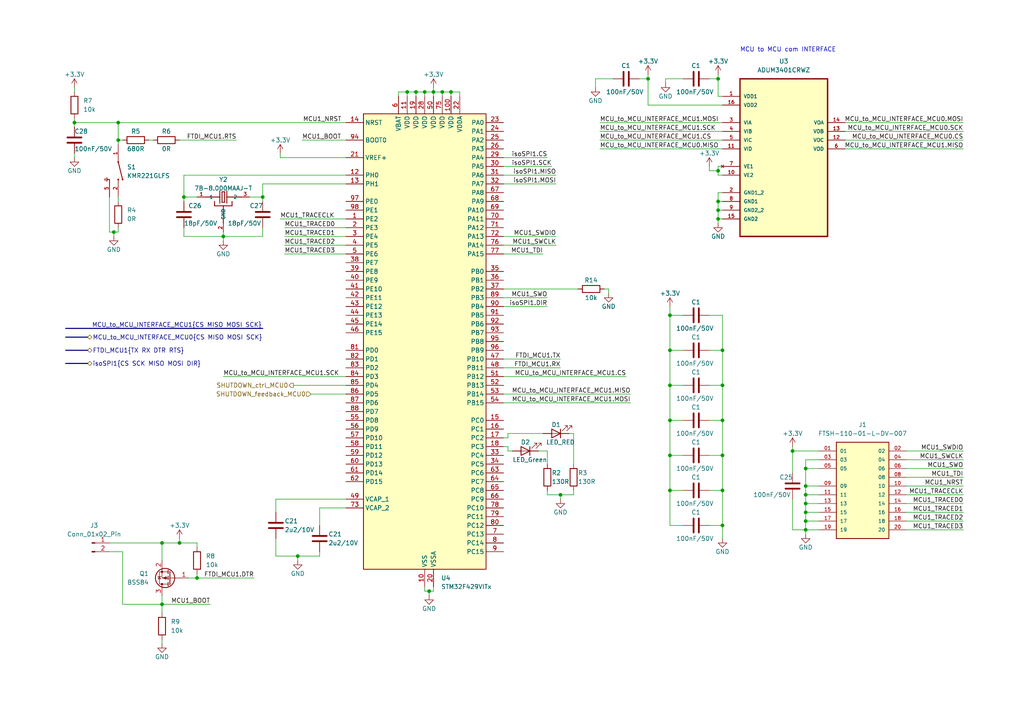
<source format=kicad_sch>
(kicad_sch (version 20230121) (generator eeschema)
  (paper "A4")
  (title_block (title "secondary MCU") (date "2023-12-29") (rev "V1.0") (company "Valais Wallis Racing Team") (comment 1 "Bétrisey Mattia"))
  (lib_symbols
    (symbol "7B-8.000MAAJ-T:7B-8.000MAAJ-T" (pin_names (offset 1.016))
      (property "Reference" "Y" (at 3.8109 -4.0649 0))
      (property "Value" "7B-8.000MAAJ-T" (at 3.8168 -6.3614 0))
      (symbol "7B-8.000MAAJ-T_0_0"
        (polyline (pts (xy -5.08 0) (xy -1.016 0)) (stroke (width 0.254)))
        (polyline (pts (xy -2.54 -2.54) (xy 0 -2.54)) (stroke (width 0.254)))
        (polyline (pts (xy -2.54 -1.27) (xy -2.54 -2.54)) (stroke (width 0.254)))
        (polyline (pts (xy -1.016 0) (xy -1.016 -1.778)) (stroke (width 0.254)))
        (polyline (pts (xy -1.016 1.778) (xy -1.016 0)) (stroke (width 0.254)))
        (polyline (pts (xy -0.381 -1.524) (xy 0.381 -1.524)) (stroke (width 0.254)))
        (polyline (pts (xy -0.381 1.524) (xy -0.381 -1.524)) (stroke (width 0.254)))
        (polyline (pts (xy 0 -2.54) (xy 0 -7.62)) (stroke (width 0.254)))
        (polyline (pts (xy 0 -2.54) (xy 2.54 -2.54)) (stroke (width 0.254)))
        (polyline (pts (xy 0.381 -1.524) (xy 0.381 1.524)) (stroke (width 0.254)))
        (polyline (pts (xy 0.381 1.524) (xy -0.381 1.524)) (stroke (width 0.254)))
        (polyline (pts (xy 1.016 0) (xy 1.016 -1.778)) (stroke (width 0.254)))
        (polyline (pts (xy 1.016 1.778) (xy 1.016 0)) (stroke (width 0.254)))
        (polyline (pts (xy 2.54 -2.54) (xy 2.54 -1.27)) (stroke (width 0.254)))
        (polyline (pts (xy 5.08 0) (xy 1.016 0)) (stroke (width 0.254)))
        (pin passive line (at -7.62 0 0) (length 2.54) (name "1") (number "1"))
        (pin passive line (at 0 -10.16 90) (length 2.54) (name "GND") (number "2"))
        (pin passive line (at 7.62 0 180) (length 2.54) (name "2") (number "3"))
      )
    )
    (symbol "ADUM3401CRWZ:ADUM3401CRWZ" (pin_names (offset 1.016))
      (property "Reference" "U" (at -4.7299 22.6067 0))
      (property "Value" "ADUM3401CRWZ" (at -6.0296 -28.5708 0))
      (symbol "ADUM3401CRWZ_0_0"
        (rectangle (start -12.7 -25.4) (end 12.7 20.32) (stroke (width 0.4064)) (fill (type background)))
        (pin power_in line (at -17.78 15.24 0) (length 5.08) (name "VDD1") (number "1"))
        (pin output line (at -17.78 -7.62 0) (length 5.08) (name "VE2") (number "10"))
        (pin output line (at -17.78 0 0) (length 5.08) (name "VID") (number "11"))
        (pin output line (at 17.78 2.54 180) (length 5.08) (name "VOC") (number "12"))
        (pin output line (at 17.78 5.08 180) (length 5.08) (name "VOB") (number "13"))
        (pin output line (at 17.78 7.62 180) (length 5.08) (name "VOA") (number "14"))
        (pin passive line (at -17.78 -20.32 0) (length 5.08) (name "GND2") (number "15"))
        (pin power_in line (at -17.78 12.7 0) (length 5.08) (name "VDD2") (number "16"))
        (pin passive line (at -17.78 -12.7 0) (length 5.08) (name "GND1_2") (number "2"))
        (pin input line (at -17.78 7.62 0) (length 5.08) (name "VIA") (number "3"))
        (pin input line (at -17.78 5.08 0) (length 5.08) (name "VIB") (number "4"))
        (pin input line (at -17.78 2.54 0) (length 5.08) (name "VIC") (number "5"))
        (pin input line (at 17.78 0 180) (length 5.08) (name "VOD") (number "6"))
        (pin no_connect line (at -17.78 -5.08 0) (length 5.08) (name "VE1") (number "7"))
        (pin passive line (at -17.78 -15.24 0) (length 5.08) (name "GND1") (number "8"))
        (pin passive line (at -17.78 -17.78 0) (length 5.08) (name "GND2_2") (number "9"))
      )
    )
    (symbol "Connector:Conn_01x02_Pin" (pin_names (offset 1.016) hide)
      (property "Reference" "J" (at 0 2.54 0))
      (property "Value" "Conn_01x02_Pin" (at 0 -5.08 0))
      (symbol "Conn_01x02_Pin_1_1"
        (polyline (pts (xy 1.27 -2.54) (xy 0.8636 -2.54)) (stroke (width 0.1524)))
        (polyline (pts (xy 1.27 0) (xy 0.8636 0)) (stroke (width 0.1524)))
        (rectangle (start 0.8636 -2.413) (end 0 -2.667) (stroke (width 0.1524)) (fill (type outline)))
        (rectangle (start 0.8636 0.127) (end 0 -0.127) (stroke (width 0.1524)) (fill (type outline)))
        (pin passive line (at 5.08 0 180) (length 3.81) (name "Pin_1") (number "1"))
        (pin passive line (at 5.08 -2.54 180) (length 3.81) (name "Pin_2") (number "2"))
      )
    )
    (symbol "Device:C" (pin_numbers hide) (pin_names (offset 0.254))
      (property "Reference" "C" (at 0.635 2.54 0))
      (property "Value" "C" (at 0.635 -2.54 0))
      (symbol "C_0_1"
        (polyline (pts (xy -2.032 -0.762) (xy 2.032 -0.762)) (stroke (width 0.508)))
        (polyline (pts (xy -2.032 0.762) (xy 2.032 0.762)) (stroke (width 0.508)))
      )
      (symbol "C_1_1"
        (pin passive line (at 0 3.81 270) (length 2.794) (name "~") (number "1"))
        (pin passive line (at 0 -3.81 90) (length 2.794) (name "~") (number "2"))
      )
    )
    (symbol "Device:LED" (pin_numbers hide) (pin_names (offset 1.016) hide)
      (property "Reference" "D" (at 0 2.54 0))
      (property "Value" "LED" (at 0 -2.54 0))
      (symbol "LED_0_1"
        (polyline (pts (xy -1.27 -1.27) (xy -1.27 1.27)) (stroke (width 0.254)))
        (polyline (pts (xy -1.27 0) (xy 1.27 0)))
        (polyline (pts (xy 1.27 -1.27) (xy 1.27 1.27) (xy -1.27 0) (xy 1.27 -1.27)) (stroke (width 0.254)))
        (polyline (pts (xy -3.048 -0.762) (xy -4.572 -2.286) (xy -3.81 -2.286) (xy -4.572 -2.286) (xy -4.572 -1.524)))
        (polyline (pts (xy -1.778 -0.762) (xy -3.302 -2.286) (xy -2.54 -2.286) (xy -3.302 -2.286) (xy -3.302 -1.524)))
      )
      (symbol "LED_1_1"
        (pin passive line (at -3.81 0 0) (length 2.54) (name "K") (number "1"))
        (pin passive line (at 3.81 0 180) (length 2.54) (name "A") (number "2"))
      )
    )
    (symbol "Device:R" (pin_numbers hide) (pin_names (offset 0))
      (property "Reference" "R" (at 2.032 0 90))
      (property "Value" "R" (at 0 0 90))
      (symbol "R_0_1"
        (rectangle (start -1.016 -2.54) (end 1.016 2.54) (stroke (width 0.254)))
      )
      (symbol "R_1_1"
        (pin passive line (at 0 3.81 270) (length 1.27) (name "~") (number "1"))
        (pin passive line (at 0 -3.81 90) (length 1.27) (name "~") (number "2"))
      )
    )
    (symbol "FTSH-110-01-L-DV-007:FTSH-110-01-L-DV-007" (pin_names (offset 1.016))
      (property "Reference" "J" (at -8.12 15.24 0))
      (property "Value" "FTSH-110-01-L-DV-007" (at -7.62 -15.24 0))
      (symbol "FTSH-110-01-L-DV-007_0_0"
        (rectangle (start -7.62 -12.7) (end 7.62 15.24) (stroke (width 0.254)) (fill (type background)))
        (pin passive line (at -12.7 12.7 0) (length 5.08) (name "01") (number "01"))
        (pin passive line (at 12.7 12.7 180) (length 5.08) (name "02") (number "02"))
        (pin passive line (at -12.7 10.16 0) (length 5.08) (name "03") (number "03"))
        (pin passive line (at 12.7 10.16 180) (length 5.08) (name "04") (number "04"))
        (pin passive line (at -12.7 7.62 0) (length 5.08) (name "05") (number "05"))
        (pin passive line (at 12.7 7.62 180) (length 5.08) (name "06") (number "06"))
        (pin passive line (at 12.7 5.08 180) (length 5.08) (name "08") (number "08"))
        (pin passive line (at -12.7 2.54 0) (length 5.08) (name "09") (number "09"))
        (pin passive line (at 12.7 2.54 180) (length 5.08) (name "10") (number "10"))
        (pin passive line (at -12.7 0 0) (length 5.08) (name "11") (number "11"))
        (pin passive line (at 12.7 0 180) (length 5.08) (name "12") (number "12"))
        (pin passive line (at -12.7 -2.54 0) (length 5.08) (name "13") (number "13"))
        (pin passive line (at 12.7 -2.54 180) (length 5.08) (name "14") (number "14"))
        (pin passive line (at -12.7 -5.08 0) (length 5.08) (name "15") (number "15"))
        (pin passive line (at 12.7 -5.08 180) (length 5.08) (name "16") (number "16"))
        (pin passive line (at -12.7 -7.62 0) (length 5.08) (name "17") (number "17"))
        (pin passive line (at 12.7 -7.62 180) (length 5.08) (name "18") (number "18"))
        (pin passive line (at -12.7 -10.16 0) (length 5.08) (name "19") (number "19"))
        (pin passive line (at 12.7 -10.16 180) (length 5.08) (name "20") (number "20"))
      )
    )
    (symbol "KMR221GLFS:KMR221GLFS" (pin_names (offset 1.016))
      (property "Reference" "S" (at -2.5401 2.2861 0))
      (property "Value" "KMR221GLFS" (at -2.7973 -6.3576 0))
      (symbol "KMR221GLFS_0_0"
        (circle (center -2.54 0) (radius 0.127) (stroke (width 0.254)))
        (polyline (pts (xy -2.54 0) (xy 2.54 1.27)) (stroke (width 0.254)))
        (polyline (pts (xy 2.286 -3.81) (xy 2.794 -3.81)) (stroke (width 0.254)))
        (polyline (pts (xy 2.54 -3.302) (xy 2.032 -3.302)) (stroke (width 0.254)))
        (polyline (pts (xy 2.54 -3.302) (xy 3.048 -3.302)) (stroke (width 0.254)))
        (polyline (pts (xy 2.54 -2.54) (xy 2.54 -3.302)) (stroke (width 0.254)))
        (circle (center 2.54 0) (radius 0.127) (stroke (width 0.254)))
        (circle (center 2.54 1.27) (radius 0.127) (stroke (width 0.254)))
        (pin passive line (at -7.62 0 0) (length 5.08) (name "~") (number "1"))
        (pin passive line (at 7.62 0 180) (length 5.08) (name "~") (number "2"))
        (pin passive line (at 7.62 -2.54 180) (length 5.08) (name "~") (number "5"))
      )
    )
    (symbol "MCU_ST_STM32F4:STM32F429VITx"
      (property "Reference" "U" (at -17.78 67.31 0))
      (property "Value" "STM32F429VITx" (at 12.7 67.31 0))
      (symbol "STM32F429VITx_0_1"
        (rectangle (start -17.78 -66.04) (end 17.78 66.04) (stroke (width 0.254)) (fill (type background)))
      )
      (symbol "STM32F429VITx_1_1"
        (pin bidirectional line (at -22.86 35.56 0) (length 5.08) (name "PE2") (number "1"))
        (pin power_in line (at 0 -71.12 90) (length 5.08) (name "VSS") (number "10"))
        (pin power_in line (at 7.62 71.12 270) (length 5.08) (name "VDD") (number "100"))
        (pin power_in line (at -5.08 71.12 270) (length 5.08) (name "VDD") (number "11"))
        (pin bidirectional line (at -22.86 48.26 0) (length 5.08) (name "PH0") (number "12"))
        (pin bidirectional line (at -22.86 45.72 0) (length 5.08) (name "PH1") (number "13"))
        (pin input line (at -22.86 63.5 0) (length 5.08) (name "NRST") (number "14"))
        (pin bidirectional line (at 22.86 -22.86 180) (length 5.08) (name "PC0") (number "15"))
        (pin bidirectional line (at 22.86 -25.4 180) (length 5.08) (name "PC1") (number "16"))
        (pin bidirectional line (at 22.86 -27.94 180) (length 5.08) (name "PC2") (number "17"))
        (pin bidirectional line (at 22.86 -30.48 180) (length 5.08) (name "PC3") (number "18"))
        (pin power_in line (at -2.54 71.12 270) (length 5.08) (name "VDD") (number "19"))
        (pin bidirectional line (at -22.86 33.02 0) (length 5.08) (name "PE3") (number "2"))
        (pin power_in line (at 2.54 -71.12 90) (length 5.08) (name "VSSA") (number "20"))
        (pin input line (at -22.86 53.34 0) (length 5.08) (name "VREF+") (number "21"))
        (pin power_in line (at 10.16 71.12 270) (length 5.08) (name "VDDA") (number "22"))
        (pin bidirectional line (at 22.86 63.5 180) (length 5.08) (name "PA0") (number "23"))
        (pin bidirectional line (at 22.86 60.96 180) (length 5.08) (name "PA1") (number "24"))
        (pin bidirectional line (at 22.86 58.42 180) (length 5.08) (name "PA2") (number "25"))
        (pin bidirectional line (at 22.86 55.88 180) (length 5.08) (name "PA3") (number "26"))
        (pin passive line (at 0 -71.12 90) (length 5.08) hide (name "VSS") (number "27"))
        (pin power_in line (at 0 71.12 270) (length 5.08) (name "VDD") (number "28"))
        (pin bidirectional line (at 22.86 53.34 180) (length 5.08) (name "PA4") (number "29"))
        (pin bidirectional line (at -22.86 30.48 0) (length 5.08) (name "PE4") (number "3"))
        (pin bidirectional line (at 22.86 50.8 180) (length 5.08) (name "PA5") (number "30"))
        (pin bidirectional line (at 22.86 48.26 180) (length 5.08) (name "PA6") (number "31"))
        (pin bidirectional line (at 22.86 45.72 180) (length 5.08) (name "PA7") (number "32"))
        (pin bidirectional line (at 22.86 -33.02 180) (length 5.08) (name "PC4") (number "33"))
        (pin bidirectional line (at 22.86 -35.56 180) (length 5.08) (name "PC5") (number "34"))
        (pin bidirectional line (at 22.86 20.32 180) (length 5.08) (name "PB0") (number "35"))
        (pin bidirectional line (at 22.86 17.78 180) (length 5.08) (name "PB1") (number "36"))
        (pin bidirectional line (at 22.86 15.24 180) (length 5.08) (name "PB2") (number "37"))
        (pin bidirectional line (at -22.86 22.86 0) (length 5.08) (name "PE7") (number "38"))
        (pin bidirectional line (at -22.86 20.32 0) (length 5.08) (name "PE8") (number "39"))
        (pin bidirectional line (at -22.86 27.94 0) (length 5.08) (name "PE5") (number "4"))
        (pin bidirectional line (at -22.86 17.78 0) (length 5.08) (name "PE9") (number "40"))
        (pin bidirectional line (at -22.86 15.24 0) (length 5.08) (name "PE10") (number "41"))
        (pin bidirectional line (at -22.86 12.7 0) (length 5.08) (name "PE11") (number "42"))
        (pin bidirectional line (at -22.86 10.16 0) (length 5.08) (name "PE12") (number "43"))
        (pin bidirectional line (at -22.86 7.62 0) (length 5.08) (name "PE13") (number "44"))
        (pin bidirectional line (at -22.86 5.08 0) (length 5.08) (name "PE14") (number "45"))
        (pin bidirectional line (at -22.86 2.54 0) (length 5.08) (name "PE15") (number "46"))
        (pin bidirectional line (at 22.86 -5.08 180) (length 5.08) (name "PB10") (number "47"))
        (pin bidirectional line (at 22.86 -7.62 180) (length 5.08) (name "PB11") (number "48"))
        (pin power_out line (at -22.86 -45.72 0) (length 5.08) (name "VCAP_1") (number "49"))
        (pin bidirectional line (at -22.86 25.4 0) (length 5.08) (name "PE6") (number "5"))
        (pin power_in line (at 2.54 71.12 270) (length 5.08) (name "VDD") (number "50"))
        (pin bidirectional line (at 22.86 -10.16 180) (length 5.08) (name "PB12") (number "51"))
        (pin bidirectional line (at 22.86 -12.7 180) (length 5.08) (name "PB13") (number "52"))
        (pin bidirectional line (at 22.86 -15.24 180) (length 5.08) (name "PB14") (number "53"))
        (pin bidirectional line (at 22.86 -17.78 180) (length 5.08) (name "PB15") (number "54"))
        (pin bidirectional line (at -22.86 -22.86 0) (length 5.08) (name "PD8") (number "55"))
        (pin bidirectional line (at -22.86 -25.4 0) (length 5.08) (name "PD9") (number "56"))
        (pin bidirectional line (at -22.86 -27.94 0) (length 5.08) (name "PD10") (number "57"))
        (pin bidirectional line (at -22.86 -30.48 0) (length 5.08) (name "PD11") (number "58"))
        (pin bidirectional line (at -22.86 -33.02 0) (length 5.08) (name "PD12") (number "59"))
        (pin power_in line (at -7.62 71.12 270) (length 5.08) (name "VBAT") (number "6"))
        (pin bidirectional line (at -22.86 -35.56 0) (length 5.08) (name "PD13") (number "60"))
        (pin bidirectional line (at -22.86 -38.1 0) (length 5.08) (name "PD14") (number "61"))
        (pin bidirectional line (at -22.86 -40.64 0) (length 5.08) (name "PD15") (number "62"))
        (pin bidirectional line (at 22.86 -38.1 180) (length 5.08) (name "PC6") (number "63"))
        (pin bidirectional line (at 22.86 -40.64 180) (length 5.08) (name "PC7") (number "64"))
        (pin bidirectional line (at 22.86 -43.18 180) (length 5.08) (name "PC8") (number "65"))
        (pin bidirectional line (at 22.86 -45.72 180) (length 5.08) (name "PC9") (number "66"))
        (pin bidirectional line (at 22.86 43.18 180) (length 5.08) (name "PA8") (number "67"))
        (pin bidirectional line (at 22.86 40.64 180) (length 5.08) (name "PA9") (number "68"))
        (pin bidirectional line (at 22.86 38.1 180) (length 5.08) (name "PA10") (number "69"))
        (pin bidirectional line (at 22.86 -55.88 180) (length 5.08) (name "PC13") (number "7"))
        (pin bidirectional line (at 22.86 35.56 180) (length 5.08) (name "PA11") (number "70"))
        (pin bidirectional line (at 22.86 33.02 180) (length 5.08) (name "PA12") (number "71"))
        (pin bidirectional line (at 22.86 30.48 180) (length 5.08) (name "PA13") (number "72"))
        (pin power_out line (at -22.86 -48.26 0) (length 5.08) (name "VCAP_2") (number "73"))
        (pin passive line (at 0 -71.12 90) (length 5.08) hide (name "VSS") (number "74"))
        (pin power_in line (at 5.08 71.12 270) (length 5.08) (name "VDD") (number "75"))
        (pin bidirectional line (at 22.86 27.94 180) (length 5.08) (name "PA14") (number "76"))
        (pin bidirectional line (at 22.86 25.4 180) (length 5.08) (name "PA15") (number "77"))
        (pin bidirectional line (at 22.86 -48.26 180) (length 5.08) (name "PC10") (number "78"))
        (pin bidirectional line (at 22.86 -50.8 180) (length 5.08) (name "PC11") (number "79"))
        (pin bidirectional line (at 22.86 -58.42 180) (length 5.08) (name "PC14") (number "8"))
        (pin bidirectional line (at 22.86 -53.34 180) (length 5.08) (name "PC12") (number "80"))
        (pin bidirectional line (at -22.86 -2.54 0) (length 5.08) (name "PD0") (number "81"))
        (pin bidirectional line (at -22.86 -5.08 0) (length 5.08) (name "PD1") (number "82"))
        (pin bidirectional line (at -22.86 -7.62 0) (length 5.08) (name "PD2") (number "83"))
        (pin bidirectional line (at -22.86 -10.16 0) (length 5.08) (name "PD3") (number "84"))
        (pin bidirectional line (at -22.86 -12.7 0) (length 5.08) (name "PD4") (number "85"))
        (pin bidirectional line (at -22.86 -15.24 0) (length 5.08) (name "PD5") (number "86"))
        (pin bidirectional line (at -22.86 -17.78 0) (length 5.08) (name "PD6") (number "87"))
        (pin bidirectional line (at -22.86 -20.32 0) (length 5.08) (name "PD7") (number "88"))
        (pin bidirectional line (at 22.86 12.7 180) (length 5.08) (name "PB3") (number "89"))
        (pin bidirectional line (at 22.86 -60.96 180) (length 5.08) (name "PC15") (number "9"))
        (pin bidirectional line (at 22.86 10.16 180) (length 5.08) (name "PB4") (number "90"))
        (pin bidirectional line (at 22.86 7.62 180) (length 5.08) (name "PB5") (number "91"))
        (pin bidirectional line (at 22.86 5.08 180) (length 5.08) (name "PB6") (number "92"))
        (pin bidirectional line (at 22.86 2.54 180) (length 5.08) (name "PB7") (number "93"))
        (pin input line (at -22.86 58.42 0) (length 5.08) (name "BOOT0") (number "94"))
        (pin bidirectional line (at 22.86 0 180) (length 5.08) (name "PB8") (number "95"))
        (pin bidirectional line (at 22.86 -2.54 180) (length 5.08) (name "PB9") (number "96"))
        (pin bidirectional line (at -22.86 40.64 0) (length 5.08) (name "PE0") (number "97"))
        (pin bidirectional line (at -22.86 38.1 0) (length 5.08) (name "PE1") (number "98"))
        (pin passive line (at 0 -71.12 90) (length 5.08) hide (name "VSS") (number "99"))
      )
    )
    (symbol "Transistor_FET:BSS84" (pin_names hide)
      (property "Reference" "Q" (at 5.08 1.905 0))
      (property "Value" "BSS84" (at 5.08 0 0))
      (symbol "BSS84_0_1"
        (polyline (pts (xy 0.254 0) (xy -2.54 0)))
        (polyline (pts (xy 0.254 1.905) (xy 0.254 -1.905)) (stroke (width 0.254)))
        (polyline (pts (xy 0.762 -1.27) (xy 0.762 -2.286)) (stroke (width 0.254)))
        (polyline (pts (xy 0.762 0.508) (xy 0.762 -0.508)) (stroke (width 0.254)))
        (polyline (pts (xy 0.762 2.286) (xy 0.762 1.27)) (stroke (width 0.254)))
        (polyline (pts (xy 2.54 2.54) (xy 2.54 1.778)))
        (polyline (pts (xy 2.54 -2.54) (xy 2.54 0) (xy 0.762 0)))
        (polyline (pts (xy 0.762 1.778) (xy 3.302 1.778) (xy 3.302 -1.778) (xy 0.762 -1.778)))
        (polyline (pts (xy 2.286 0) (xy 1.27 0.381) (xy 1.27 -0.381) (xy 2.286 0)) (fill (type outline)))
        (polyline (pts (xy 2.794 -0.508) (xy 2.921 -0.381) (xy 3.683 -0.381) (xy 3.81 -0.254)))
        (polyline (pts (xy 3.302 -0.381) (xy 2.921 0.254) (xy 3.683 0.254) (xy 3.302 -0.381)))
        (circle (center 1.651 0) (radius 2.794) (stroke (width 0.254)))
        (circle (center 2.54 -1.778) (radius 0.254) (fill (type outline)))
        (circle (center 2.54 1.778) (radius 0.254) (fill (type outline)))
      )
      (symbol "BSS84_1_1"
        (pin input line (at -5.08 0 0) (length 2.54) (name "G") (number "1"))
        (pin passive line (at 2.54 -5.08 90) (length 2.54) (name "S") (number "2"))
        (pin passive line (at 2.54 5.08 270) (length 2.54) (name "D") (number "3"))
      )
    )
    (symbol "bmsPower_Symbols:+3V3_0" (power) (in_bom no) (on_board no)
      (property "Value" "+3V3_0" (at 0 3.302 0))
      (symbol "+3V3_0_0_1"
        (polyline (pts (xy -0.762 1.27) (xy 0 2.54)))
        (polyline (pts (xy 0 0) (xy 0 2.54)))
        (polyline (pts (xy 0 2.54) (xy 0.762 1.27)))
      )
      (symbol "+3V3_0_1_1"
        (pin power_in line (at 0 0 90) (length 0) hide (name "+3.3V") (number "1"))
      )
    )
    (symbol "bmsPower_Symbols:GND_0" (power) (in_bom no) (on_board no)
      (property "Value" "GND_0" (at 0 -4.064 0))
      (symbol "GND_0_0_1"
        (polyline (pts (xy 0 0) (xy 0 -1.27) (xy 1.27 -1.27) (xy 0 -2.54) (xy -1.27 -1.27) (xy 0 -1.27)))
      )
      (symbol "GND_0_1_1"
        (pin power_in line (at 0 0 270) (length 0) hide (name "GND") (number "1"))
      )
    )
  )
  (junction (at 124.46 171.45))
  (junction (at 194.31 132.08))
  (junction (at 125.73 26.67))
  (junction (at 233.68 146.05))
  (junction (at 21.59 35.56))
  (junction (at 233.68 135.89))
  (junction (at 208.28 58.42))
  (junction (at 233.68 140.97))
  (junction (at 209.55 111.76))
  (junction (at 209.55 152.4))
  (junction (at 128.27 26.67))
  (junction (at 208.28 22.86))
  (junction (at 46.99 157.48))
  (junction (at 194.31 121.92))
  (junction (at 53.34 57.15))
  (junction (at 33.02 67.31))
  (junction (at 194.31 142.24))
  (junction (at 208.28 60.96))
  (junction (at 208.28 49.53))
  (junction (at 233.68 151.13))
  (junction (at 233.68 143.51))
  (junction (at 76.2 57.15))
  (junction (at 162.56 143.51))
  (junction (at 194.31 111.76))
  (junction (at 34.29 35.56))
  (junction (at 86.36 161.29))
  (junction (at 130.81 26.67))
  (junction (at 229.87 130.81))
  (junction (at 233.68 153.67))
  (junction (at 120.65 26.67))
  (junction (at 194.31 91.44))
  (junction (at 52.07 157.48))
  (junction (at 64.77 68.58))
  (junction (at 209.55 142.24))
  (junction (at 194.31 101.6))
  (junction (at 57.15 167.64))
  (junction (at 209.55 101.6))
  (junction (at 208.28 63.5))
  (junction (at 187.96 22.86))
  (junction (at 123.19 26.67))
  (junction (at 118.11 26.67))
  (junction (at 46.99 175.26))
  (junction (at 233.68 148.59))
  (junction (at 209.55 121.92))
  (junction (at 34.29 40.64))
  (junction (at 209.55 132.08))
  (wire (pts (xy 146.05 88.9) (xy 158.75 88.9)))
  (wire (pts (xy 205.74 101.6) (xy 209.55 101.6)))
  (wire (pts (xy 64.77 68.58) (xy 64.77 69.85)))
  (wire (pts (xy 34.29 35.56) (xy 100.33 35.56)))
  (wire (pts (xy 57.15 167.64) (xy 73.66 167.64)))
  (wire (pts (xy 176.53 83.82) (xy 176.53 85.09)))
  (wire (pts (xy 208.28 21.59) (xy 208.28 22.86)))
  (wire (pts (xy 76.2 66.04) (xy 76.2 68.58)))
  (wire (pts (xy 64.77 67.31) (xy 64.77 68.58)))
  (wire (pts (xy 52.07 156.21) (xy 52.07 157.48)))
  (wire (pts (xy 76.2 53.34) (xy 100.33 53.34)))
  (wire (pts (xy 46.99 172.72) (xy 46.99 175.26)))
  (wire (pts (xy 100.33 63.5) (xy 81.28 63.5)))
  (wire (pts (xy 262.89 130.81) (xy 279.4 130.81)))
  (wire (pts (xy 21.59 34.29) (xy 21.59 35.56)))
  (wire (pts (xy 123.19 26.67) (xy 125.73 26.67)))
  (bus (pts (xy 19.05 105.41) (xy 25.4 105.41)))
  (wire (pts (xy 53.34 57.15) (xy 53.34 58.42)))
  (wire (pts (xy 205.74 132.08) (xy 209.55 132.08)))
  (wire (pts (xy 233.68 143.51) (xy 233.68 146.05)))
  (wire (pts (xy 72.39 57.15) (xy 76.2 57.15)))
  (wire (pts (xy 262.89 146.05) (xy 279.4 146.05)))
  (wire (pts (xy 229.87 130.81) (xy 237.49 130.81)))
  (wire (pts (xy 31.75 157.48) (xy 46.99 157.48)))
  (wire (pts (xy 146.05 104.14) (xy 162.56 104.14)))
  (wire (pts (xy 156.21 130.81) (xy 158.75 130.81)))
  (wire (pts (xy 208.28 27.94) (xy 209.55 27.94)))
  (wire (pts (xy 46.99 185.42) (xy 46.99 186.69)))
  (wire (pts (xy 86.36 161.29) (xy 92.71 161.29)))
  (wire (pts (xy 166.37 142.24) (xy 166.37 143.51)))
  (wire (pts (xy 146.05 114.3) (xy 182.88 114.3)))
  (wire (pts (xy 233.68 148.59) (xy 233.68 151.13)))
  (wire (pts (xy 262.89 153.67) (xy 279.4 153.67)))
  (wire (pts (xy 120.65 26.67) (xy 123.19 26.67)))
  (wire (pts (xy 123.19 26.67) (xy 123.19 27.94)))
  (wire (pts (xy 146.05 109.22) (xy 181.61 109.22)))
  (wire (pts (xy 76.2 57.15) (xy 76.2 58.42)))
  (wire (pts (xy 87.63 40.64) (xy 100.33 40.64)))
  (wire (pts (xy 100.33 73.66) (xy 82.55 73.66)))
  (wire (pts (xy 146.05 48.26) (xy 160.02 48.26)))
  (wire (pts (xy 118.11 26.67) (xy 120.65 26.67)))
  (wire (pts (xy 245.11 40.64) (xy 279.4 40.64)))
  (wire (pts (xy 128.27 26.67) (xy 128.27 27.94)))
  (wire (pts (xy 173.99 38.1) (xy 209.55 38.1)))
  (wire (pts (xy 233.68 146.05) (xy 237.49 146.05)))
  (wire (pts (xy 90.17 114.3) (xy 100.33 114.3)))
  (wire (pts (xy 146.05 116.84) (xy 182.88 116.84)))
  (wire (pts (xy 208.28 55.88) (xy 209.55 55.88)))
  (wire (pts (xy 194.31 101.6) (xy 198.12 101.6)))
  (wire (pts (xy 146.05 106.68) (xy 162.56 106.68)))
  (wire (pts (xy 123.19 170.18) (xy 123.19 171.45)))
  (wire (pts (xy 53.34 50.8) (xy 100.33 50.8)))
  (wire (pts (xy 64.77 68.58) (xy 76.2 68.58)))
  (wire (pts (xy 34.29 40.64) (xy 35.56 40.64)))
  (wire (pts (xy 100.33 66.04) (xy 82.55 66.04)))
  (wire (pts (xy 262.89 140.97) (xy 279.4 140.97)))
  (wire (pts (xy 53.34 57.15) (xy 57.15 57.15)))
  (wire (pts (xy 34.29 57.15) (xy 34.29 58.42)))
  (wire (pts (xy 34.29 66.04) (xy 34.29 67.31)))
  (wire (pts (xy 165.1 125.73) (xy 166.37 125.73)))
  (wire (pts (xy 194.31 91.44) (xy 194.31 101.6)))
  (wire (pts (xy 262.89 143.51) (xy 279.4 143.51)))
  (wire (pts (xy 208.28 63.5) (xy 209.55 63.5)))
  (wire (pts (xy 233.68 140.97) (xy 237.49 140.97)))
  (wire (pts (xy 185.42 22.86) (xy 187.96 22.86)))
  (wire (pts (xy 194.31 111.76) (xy 198.12 111.76)))
  (bus (pts (xy 19.05 97.79) (xy 25.4 97.79)))
  (wire (pts (xy 125.73 25.4) (xy 125.73 26.67)))
  (wire (pts (xy 194.31 88.9) (xy 194.31 91.44)))
  (wire (pts (xy 124.46 171.45) (xy 124.46 172.72)))
  (wire (pts (xy 194.31 121.92) (xy 198.12 121.92)))
  (wire (pts (xy 146.05 50.8) (xy 161.29 50.8)))
  (wire (pts (xy 80.01 144.78) (xy 100.33 144.78)))
  (wire (pts (xy 33.02 67.31) (xy 33.02 68.58)))
  (wire (pts (xy 146.05 129.54) (xy 147.32 129.54)))
  (wire (pts (xy 194.31 132.08) (xy 198.12 132.08)))
  (wire (pts (xy 209.55 152.4) (xy 209.55 156.21)))
  (wire (pts (xy 46.99 157.48) (xy 46.99 162.56)))
  (wire (pts (xy 233.68 151.13) (xy 237.49 151.13)))
  (wire (pts (xy 233.68 133.35) (xy 237.49 133.35)))
  (wire (pts (xy 187.96 22.86) (xy 187.96 30.48)))
  (wire (pts (xy 80.01 144.78) (xy 80.01 148.59)))
  (wire (pts (xy 262.89 133.35) (xy 279.4 133.35)))
  (wire (pts (xy 166.37 125.73) (xy 166.37 134.62)))
  (wire (pts (xy 100.33 71.12) (xy 82.55 71.12)))
  (wire (pts (xy 262.89 148.59) (xy 279.4 148.59)))
  (wire (pts (xy 194.31 142.24) (xy 198.12 142.24)))
  (wire (pts (xy 209.55 111.76) (xy 209.55 121.92)))
  (wire (pts (xy 194.31 142.24) (xy 194.31 152.4)))
  (wire (pts (xy 208.28 58.42) (xy 209.55 58.42)))
  (wire (pts (xy 233.68 146.05) (xy 233.68 148.59)))
  (wire (pts (xy 158.75 142.24) (xy 158.75 143.51)))
  (wire (pts (xy 209.55 121.92) (xy 209.55 132.08)))
  (wire (pts (xy 233.68 133.35) (xy 233.68 135.89)))
  (wire (pts (xy 205.74 22.86) (xy 208.28 22.86)))
  (wire (pts (xy 205.74 49.53) (xy 205.74 48.26)))
  (bus (pts (xy 19.05 101.6) (xy 25.4 101.6)))
  (wire (pts (xy 147.32 125.73) (xy 157.48 125.73)))
  (wire (pts (xy 133.35 26.67) (xy 133.35 27.94)))
  (wire (pts (xy 21.59 44.45) (xy 21.59 45.72)))
  (wire (pts (xy 158.75 130.81) (xy 158.75 134.62)))
  (wire (pts (xy 115.57 26.67) (xy 118.11 26.67)))
  (wire (pts (xy 187.96 30.48) (xy 209.55 30.48)))
  (wire (pts (xy 147.32 130.81) (xy 148.59 130.81)))
  (wire (pts (xy 123.19 171.45) (xy 124.46 171.45)))
  (wire (pts (xy 86.36 161.29) (xy 86.36 162.56)))
  (wire (pts (xy 173.99 43.18) (xy 209.55 43.18)))
  (wire (pts (xy 262.89 138.43) (xy 279.4 138.43)))
  (wire (pts (xy 262.89 151.13) (xy 279.4 151.13)))
  (wire (pts (xy 209.55 142.24) (xy 209.55 152.4)))
  (wire (pts (xy 208.28 22.86) (xy 208.28 27.94)))
  (wire (pts (xy 118.11 26.67) (xy 118.11 27.94)))
  (wire (pts (xy 130.81 26.67) (xy 130.81 27.94)))
  (wire (pts (xy 43.18 40.64) (xy 44.45 40.64)))
  (wire (pts (xy 205.74 121.92) (xy 209.55 121.92)))
  (wire (pts (xy 245.11 38.1) (xy 279.4 38.1)))
  (wire (pts (xy 229.87 129.54) (xy 229.87 130.81)))
  (wire (pts (xy 208.28 58.42) (xy 208.28 60.96)))
  (wire (pts (xy 125.73 26.67) (xy 128.27 26.67)))
  (wire (pts (xy 208.28 48.26) (xy 208.28 49.53)))
  (wire (pts (xy 92.71 147.32) (xy 92.71 152.4)))
  (wire (pts (xy 209.55 132.08) (xy 209.55 142.24)))
  (wire (pts (xy 194.31 91.44) (xy 198.12 91.44)))
  (wire (pts (xy 124.46 171.45) (xy 125.73 171.45)))
  (wire (pts (xy 233.68 135.89) (xy 233.68 140.97)))
  (wire (pts (xy 31.75 160.02) (xy 35.56 160.02)))
  (wire (pts (xy 128.27 26.67) (xy 130.81 26.67)))
  (wire (pts (xy 233.68 135.89) (xy 237.49 135.89)))
  (wire (pts (xy 21.59 35.56) (xy 21.59 36.83)))
  (wire (pts (xy 233.68 154.94) (xy 233.68 153.67)))
  (wire (pts (xy 229.87 130.81) (xy 229.87 137.16)))
  (wire (pts (xy 245.11 43.18) (xy 279.4 43.18)))
  (wire (pts (xy 193.04 22.86) (xy 193.04 24.13)))
  (wire (pts (xy 194.31 152.4) (xy 198.12 152.4)))
  (wire (pts (xy 205.74 142.24) (xy 209.55 142.24)))
  (wire (pts (xy 57.15 166.37) (xy 57.15 167.64)))
  (wire (pts (xy 245.11 35.56) (xy 279.4 35.56)))
  (wire (pts (xy 205.74 111.76) (xy 209.55 111.76)))
  (wire (pts (xy 194.31 132.08) (xy 194.31 142.24)))
  (wire (pts (xy 147.32 129.54) (xy 147.32 130.81)))
  (wire (pts (xy 209.55 91.44) (xy 209.55 101.6)))
  (wire (pts (xy 21.59 35.56) (xy 34.29 35.56)))
  (wire (pts (xy 54.61 167.64) (xy 57.15 167.64)))
  (wire (pts (xy 147.32 125.73) (xy 147.32 127)))
  (wire (pts (xy 146.05 86.36) (xy 158.75 86.36)))
  (wire (pts (xy 53.34 50.8) (xy 53.34 57.15)))
  (wire (pts (xy 146.05 45.72) (xy 158.75 45.72)))
  (wire (pts (xy 146.05 68.58) (xy 161.29 68.58)))
  (wire (pts (xy 46.99 157.48) (xy 52.07 157.48)))
  (wire (pts (xy 229.87 144.78) (xy 229.87 153.67)))
  (wire (pts (xy 92.71 147.32) (xy 100.33 147.32)))
  (wire (pts (xy 125.73 26.67) (xy 125.73 27.94)))
  (wire (pts (xy 162.56 143.51) (xy 162.56 144.78)))
  (wire (pts (xy 208.28 60.96) (xy 208.28 63.5)))
  (wire (pts (xy 205.74 91.44) (xy 209.55 91.44)))
  (wire (pts (xy 146.05 53.34) (xy 161.29 53.34)))
  (wire (pts (xy 208.28 55.88) (xy 208.28 58.42)))
  (wire (pts (xy 205.74 152.4) (xy 209.55 152.4)))
  (wire (pts (xy 208.28 50.8) (xy 209.55 50.8)))
  (wire (pts (xy 35.56 160.02) (xy 35.56 175.26)))
  (wire (pts (xy 194.31 121.92) (xy 194.31 132.08)))
  (wire (pts (xy 21.59 25.4) (xy 21.59 26.67)))
  (wire (pts (xy 52.07 40.64) (xy 68.58 40.64)))
  (wire (pts (xy 208.28 60.96) (xy 209.55 60.96)))
  (wire (pts (xy 173.99 35.56) (xy 209.55 35.56)))
  (wire (pts (xy 187.96 21.59) (xy 187.96 22.86)))
  (wire (pts (xy 33.02 67.31) (xy 34.29 67.31)))
  (wire (pts (xy 146.05 71.12) (xy 161.29 71.12)))
  (wire (pts (xy 158.75 143.51) (xy 162.56 143.51)))
  (wire (pts (xy 172.72 22.86) (xy 172.72 25.4)))
  (wire (pts (xy 57.15 157.48) (xy 57.15 158.75)))
  (wire (pts (xy 115.57 26.67) (xy 115.57 27.94)))
  (wire (pts (xy 53.34 66.04) (xy 53.34 68.58)))
  (wire (pts (xy 80.01 161.29) (xy 86.36 161.29)))
  (wire (pts (xy 208.28 49.53) (xy 208.28 50.8)))
  (wire (pts (xy 81.28 44.45) (xy 81.28 45.72)))
  (wire (pts (xy 46.99 175.26) (xy 60.96 175.26)))
  (wire (pts (xy 194.31 101.6) (xy 194.31 111.76)))
  (wire (pts (xy 52.07 157.48) (xy 57.15 157.48)))
  (wire (pts (xy 80.01 156.21) (xy 80.01 161.29)))
  (wire (pts (xy 120.65 26.67) (xy 120.65 27.94)))
  (wire (pts (xy 130.81 26.67) (xy 133.35 26.67)))
  (wire (pts (xy 233.68 151.13) (xy 233.68 153.67)))
  (wire (pts (xy 76.2 53.34) (xy 76.2 57.15)))
  (wire (pts (xy 53.34 68.58) (xy 64.77 68.58)))
  (wire (pts (xy 162.56 143.51) (xy 166.37 143.51)))
  (wire (pts (xy 173.99 40.64) (xy 209.55 40.64)))
  (wire (pts (xy 34.29 40.64) (xy 34.29 41.91)))
  (wire (pts (xy 46.99 175.26) (xy 46.99 177.8)))
  (wire (pts (xy 193.04 22.86) (xy 198.12 22.86)))
  (wire (pts (xy 208.28 63.5) (xy 208.28 64.77)))
  (wire (pts (xy 194.31 111.76) (xy 194.31 121.92)))
  (wire (pts (xy 33.02 67.31) (xy 31.75 67.31)))
  (wire (pts (xy 233.68 143.51) (xy 237.49 143.51)))
  (wire (pts (xy 146.05 83.82) (xy 167.64 83.82)))
  (wire (pts (xy 233.68 140.97) (xy 233.68 143.51)))
  (wire (pts (xy 205.74 49.53) (xy 208.28 49.53)))
  (wire (pts (xy 208.28 48.26) (xy 209.55 48.26)))
  (wire (pts (xy 85.09 111.76) (xy 100.33 111.76)))
  (wire (pts (xy 35.56 175.26) (xy 46.99 175.26)))
  (wire (pts (xy 81.28 45.72) (xy 100.33 45.72)))
  (wire (pts (xy 100.33 109.22) (xy 64.77 109.22)))
  (wire (pts (xy 175.26 83.82) (xy 176.53 83.82)))
  (wire (pts (xy 262.89 135.89) (xy 279.4 135.89)))
  (wire (pts (xy 172.72 22.86) (xy 177.8 22.86)))
  (wire (pts (xy 233.68 148.59) (xy 237.49 148.59)))
  (wire (pts (xy 100.33 68.58) (xy 82.55 68.58)))
  (wire (pts (xy 146.05 127) (xy 147.32 127)))
  (wire (pts (xy 92.71 160.02) (xy 92.71 161.29)))
  (wire (pts (xy 31.75 67.31) (xy 31.75 57.15)))
  (wire (pts (xy 34.29 35.56) (xy 34.29 40.64)))
  (wire (pts (xy 125.73 170.18) (xy 125.73 171.45)))
  (wire (pts (xy 233.68 153.67) (xy 237.49 153.67)))
  (wire (pts (xy 146.05 73.66) (xy 157.48 73.66)))
  (wire (pts (xy 209.55 101.6) (xy 209.55 111.76)))
  (wire (pts (xy 229.87 153.67) (xy 233.68 153.67)))
  (bus (pts (xy 19.05 95.25) (xy 76.2 95.25)))
  (text "MCU to MCU com INTERFACE" (at 214.63 15.24 0) (effects (font (size 1.27 1.27)) (justify left bottom)))
  (label "MCU1_TRACED3" (at 82.55 73.66 0))
  (label "MCU1_TRACED3" (at 279.4 153.67 180))
  (label "MCU1_TDI" (at 157.48 73.66 180))
  (label "isoSPI1.MISO" (at 161.29 50.8 180))
  (label "MCU_to_MCU_INTERFACE_MCU1.CS" (at 181.61 109.22 180))
  (label "MCU_to_MCU_INTERFACE_MCU1.MISO" (at 182.88 114.3 180))
  (label "MCU_to_MCU_INTERFACE_MCU0.SCK" (at 279.4 38.1 180))
  (label "MCU1_SWCLK" (at 279.4 133.35 180))
  (label "MCU_to_MCU_INTERFACE_MCU1.MOSI" (at 182.88 116.84 180))
  (label "MCU1_SWDIO" (at 279.4 130.81 180))
  (label "MCU_to_MCU_INTERFACE_MCU0.MISO" (at 173.99 43.18 0))
  (label "MCU1_SWO" (at 279.4 135.89 180))
  (label "MCU_to_MCU_INTERFACE_MCU0.CS" (at 279.4 40.64 180))
  (label "MCU1_TRACED2" (at 82.55 71.12 0))
  (label "MCU1_TRACED0" (at 279.4 146.05 180))
  (label "MCU1_BOOT" (at 87.63 40.64 0))
  (label "MCU_to_MCU_INTERFACE_MCU1.SCK" (at 173.99 38.1 0))
  (label "isoSPI1.CS" (at 158.75 45.72 180))
  (label "FTDI_MCU1.RTS" (at 68.58 40.64 180))
  (label "MCU1_TRACECLK" (at 279.4 143.51 180))
  (label "MCU1_SWO" (at 158.75 86.36 180))
  (label "MCU_to_MCU_INTERFACE_MCU1{CS MISO MOSI SCK}" (at 26.67 95.25 0))
  (label "MCU1_SWDIO" (at 161.29 68.58 180))
  (label "MCU1_NRST" (at 279.4 140.97 180))
  (label "MCU1_TRACED1" (at 279.4 148.59 180))
  (label "isoSPI1.SCK" (at 160.02 48.26 180))
  (label "FTDI_MCU1.TX" (at 162.56 104.14 180))
  (label "MCU1_BOOT" (at 60.96 175.26 180))
  (label "MCU_to_MCU_INTERFACE_MCU1.MOSI" (at 173.99 35.56 0))
  (label "MCU1_TRACED0" (at 82.55 66.04 0))
  (label "FTDI_MCU1.RX" (at 162.56 106.68 180))
  (label "MCU_to_MCU_INTERFACE_MCU0.MOSI" (at 279.4 35.56 180))
  (label "MCU1_TRACED1" (at 82.55 68.58 0))
  (label "MCU_to_MCU_INTERFACE_MCU1.CS" (at 173.99 40.64 0))
  (label "isoSPI1.DIR" (at 158.75 88.9 180))
  (label "MCU1_TRACED2" (at 279.4 151.13 180))
  (label "MCU_to_MCU_INTERFACE_MCU1.MISO" (at 279.4 43.18 180))
  (label "isoSPI1.MOSI" (at 161.29 53.34 180))
  (label "MCU_to_MCU_INTERFACE_MCU1.SCK" (at 64.77 109.22 0))
  (label "MCU1_SWCLK" (at 161.29 71.12 180))
  (label "MCU1_TDI" (at 279.4 138.43 180))
  (label "MCU1_TRACECLK" (at 81.28 63.5 0))
  (label "MCU1_NRST" (at 99.06 35.56 180))
  (label "FTDI_MCU1.DTR" (at 73.66 167.64 180))
  (hierarchical_label "FTDI_MCU1{TX RX DTR RTS}" (shape bidirectional) (at 25.4 101.6 0))
  (hierarchical_label "MCU_to_MCU_INTERFACE_MCU0{CS MISO MOSI SCK}" (shape bidirectional) (at 25.4 97.79 0))
  (hierarchical_label "SHUTDOWN_ctrl_MCU0" (shape output) (at 85.09 111.76 180))
  (hierarchical_label "SHUTDOWN_feedback_MCU0" (shape input) (at 90.17 114.3 180))
  (hierarchical_label "isoSPI1{CS SCK MISO MOSI DIR}" (shape bidirectional) (at 25.4 105.41 0))
  (symbol (lib_id "Device:C") (at 80.01 152.4 0) (unit 1)
    (property "Reference" "C21" (at 82.55 151.13 0) (effects (justify left)))
    (property "Value" "2u2/10V" (at 82.55 153.67 0) (effects (justify left)))
    (property "Footprint" "Capacitor_SMD:C_0603_1608Metric" (effects hide))
    (instances (project "BMS-Master" (path "" (reference "C21") (unit 1)) (path "" (reference "C41") (unit 1))))
  )
  (symbol (lib_id "bmsPower_Symbols:+3V3_0") (at 52.07 156.21 0) (unit 1) (in_bom no) (on_board no)
    (property "Reference" "#PWR043" (effects hide))
    (property "Value" "+3V3_0" (at 52.07 152.4 0))
  )
  (symbol (lib_id "KMR221GLFS:KMR221GLFS") (at 34.29 49.53 270) (unit 1)
    (property "Reference" "S1" (at 36.83 48.4505 90) (effects (justify left)))
    (property "Value" "KMR221GLFS" (at 36.83 50.9905 90) (effects (justify left)))
    (property "Footprint" "KMR221GLFS:SW_KMR221GLFS" (effects hide))
    (property "MF" "C&K" (effects hide))
    (property "Description" "\nTactile Switch SPST-NO Top Actuated Surface Mount\n" (effects hide))
    (property "Package" "None" (effects hide))
    (property "Price" "None" (effects hide))
    (property "Check_prices" "https://www.snapeda.com/parts/KMR221GLFS/C%2526K/view-part/?ref=eda" (effects hide))
    (property "SnapEDA_Link" "https://www.snapeda.com/parts/KMR221GLFS/C%2526K/view-part/?ref=snap" (effects hide))
    (property "MP" "KMR221GLFS" (effects hide))
    (property "Purchase-URL" "https://www.snapeda.com/api/url_track_click_mouser/?unipart_id=347724&manufacturer=C&amp;K&part_name=KMR221GLFS&search_term=None" (effects hide))
    (property "Availability" "In Stock" (effects hide))
    (property "MANUFACTURER" "CnK" (effects hide))
    (instances (project "BMS-Master" (path "" (reference "S1") (unit 1)) (path "" (reference "S2") (unit 1))))
  )
  (symbol (lib_id "Device:R") (at 166.37 138.43 0) (unit 1)
    (property "Reference" "R3" (at 167.64 137.16 0) (effects (justify left)))
    (property "Value" "130R" (at 167.64 139.7 0) (effects (justify left)))
    (property "Footprint" "Resistor_SMD:R_0603_1608Metric" (effects hide))
    (instances (project "BMS-Master" (path "" (reference "R3") (unit 1)) (path "" (reference "R16") (unit 1))))
  )
  (symbol (lib_id "bmsPower_Symbols:GND_0") (at 64.77 69.85 0) (unit 1) (in_bom no) (on_board no)
    (property "Reference" "#PWR037" (effects hide))
    (property "Value" "GND_0" (at 64.77 73.66 0))
  )
  (symbol (lib_id "bmsPower_Symbols:GND_0") (at 193.04 24.13 0) (unit 1) (in_bom no) (on_board no)
    (property "Reference" "#PWR028" (effects hide))
    (property "Value" "GND_0" (at 193.04 27.94 0))
  )
  (symbol (lib_id "7B-8.000MAAJ-T:7B-8.000MAAJ-T") (at 64.77 57.15 0) (unit 1)
    (property "Reference" "Y2" (at 64.77 52.07 0))
    (property "Value" "7B-8.000MAAJ-T" (at 64.77 54.61 0))
    (property "Footprint" "7B-8.000MAAJ-T:OSCSC500X320X105-4N" (effects hide))
    (property "MF" "TXC" (effects hide))
    (property "Description" "\n8 MHz ±30ppm Crystal 18pF 100 Ohms 4-SMD, No Lead\n" (effects hide))
    (property "Package" "SMD-4 Falcon Technical Sales" (effects hide))
    (property "Price" "None" (effects hide))
    (property "Check_prices" "https://www.snapeda.com/parts/7B-8.000MAAJ-T/TXC+CORPORATION/view-part/?ref=eda" (effects hide))
    (property "SnapEDA_Link" "https://www.snapeda.com/parts/7B-8.000MAAJ-T/TXC+CORPORATION/view-part/?ref=snap" (effects hide))
    (property "MP" "7B-8.000MAAJ-T" (effects hide))
    (property "Purchase-URL" "https://www.snapeda.com/api/url_track_click_mouser/?unipart_id=48963&manufacturer=TXC&part_name=7B-8.000MAAJ-T&search_term=None" (effects hide))
    (property "Availability" "In Stock" (effects hide))
    (property "MANUFACTURER" "TXC Corporation" (effects hide))
    (instances (project "BMS-Master" (path "" (reference "Y2") (unit 1)) (path "" (reference "Y3") (unit 1))))
  )
  (symbol (lib_id "Device:LED") (at 152.4 130.81 180) (unit 1)
    (property "Reference" "D2" (at 152.4 128.27 0))
    (property "Value" "LED_Green" (at 153.67 133.35 0))
    (property "Footprint" "LED_SMD:LED_0603_1608Metric" (effects hide))
    (instances (project "BMS-Master" (path "" (reference "D2") (unit 1)) (path "" (reference "D4") (unit 1))))
  )
  (symbol (lib_id "bmsPower_Symbols:GND_0") (at 86.36 162.56 0) (unit 1) (in_bom no) (on_board no)
    (property "Reference" "#PWR045" (effects hide))
    (property "Value" "GND_0" (at 86.36 166.37 0))
  )
  (symbol (lib_id "Device:C") (at 201.93 22.86 90) (unit 1)
    (property "Reference" "C1" (at 203.2 19.05 90) (effects (justify left)))
    (property "Value" "100nF/50V" (at 207.01 26.67 90) (effects (justify left)))
    (property "Footprint" "Capacitor_SMD:C_0603_1608Metric" (effects hide))
    (instances (project "BMS-Master" (path "" (reference "C1") (unit 1)) (path "" (reference "C30") (unit 1))))
  )
  (symbol (lib_id "bmsPower_Symbols:GND_0") (at 33.02 68.58 0) (unit 1) (in_bom no) (on_board no)
    (property "Reference" "#PWR036" (effects hide))
    (property "Value" "GND_0" (at 33.02 72.39 0))
  )
  (symbol (lib_id "Device:R") (at 21.59 30.48 0) (unit 1)
    (property "Reference" "R7" (at 24.13 29.21 0) (effects (justify left)))
    (property "Value" "10k" (at 24.13 31.75 0) (effects (justify left)))
    (property "Footprint" "Resistor_SMD:R_0603_1608Metric" (effects hide))
    (instances (project "BMS-Master" (path "" (reference "R7") (unit 1)) (path "" (reference "R10") (unit 1))))
  )
  (symbol (lib_id "Device:C") (at 201.93 91.44 90) (unit 1)
    (property "Reference" "C1" (at 203.2 87.63 90) (effects (justify left)))
    (property "Value" "100nF/50V" (at 207.01 95.25 90) (effects (justify left)))
    (property "Footprint" "Capacitor_SMD:C_0603_1608Metric" (effects hide))
    (instances (project "BMS-Master" (path "" (reference "C1") (unit 1)) (path "" (reference "C34") (unit 1))))
  )
  (symbol (lib_id "bmsPower_Symbols:+3V3_0") (at 205.74 48.26 0) (unit 1) (in_bom no) (on_board no)
    (property "Reference" "#PWR034" (effects hide))
    (property "Value" "+3V3_0" (at 205.74 44.45 0))
  )
  (symbol (lib_id "Device:C") (at 21.59 40.64 0) (unit 1)
    (property "Reference" "C28" (at 21.59 38.1 0) (effects (justify left)))
    (property "Value" "100nF/50V" (at 21.59 43.18 0) (effects (justify left)))
    (property "Footprint" "Capacitor_SMD:C_0603_1608Metric" (effects hide))
    (instances (project "BMS-Master" (path "" (reference "C28") (unit 1)) (path "" (reference "C31") (unit 1))))
  )
  (symbol (lib_id "bmsPower_Symbols:GND_0") (at 176.53 85.09 0) (unit 1) (in_bom no) (on_board no)
    (property "Reference" "#PWR038" (effects hide))
    (property "Value" "GND_0" (at 176.53 88.9 0))
  )
  (symbol (lib_id "Device:C") (at 92.71 156.21 0) (unit 1)
    (property "Reference" "C21" (at 95.25 154.94 0) (effects (justify left)))
    (property "Value" "2u2/10V" (at 95.25 157.48 0) (effects (justify left)))
    (property "Footprint" "Capacitor_SMD:C_0603_1608Metric" (effects hide))
    (instances (project "BMS-Master" (path "" (reference "C21") (unit 1)) (path "" (reference "C43") (unit 1))))
  )
  (symbol (lib_id "Device:LED") (at 161.29 125.73 180) (unit 1)
    (property "Reference" "D1" (at 161.29 123.19 0))
    (property "Value" "LED_RED" (at 162.56 128.27 0))
    (property "Footprint" "LED_SMD:LED_0603_1608Metric" (effects hide))
    (instances (project "BMS-Master" (path "" (reference "D1") (unit 1)) (path "" (reference "D3") (unit 1))))
  )
  (symbol (lib_id "bmsPower_Symbols:+3V3_0") (at 81.28 44.45 0) (unit 1) (in_bom no) (on_board no)
    (property "Reference" "#PWR032" (effects hide))
    (property "Value" "+3V3_0" (at 81.28 40.64 0))
  )
  (symbol (lib_id "bmsPower_Symbols:GND_0") (at 209.55 156.21 0) (unit 1) (in_bom no) (on_board no)
    (property "Reference" "#PWR044" (effects hide))
    (property "Value" "GND_0" (at 209.55 160.02 0))
  )
  (symbol (lib_id "bmsPower_Symbols:GND_0") (at 162.56 144.78 0) (unit 1) (in_bom no) (on_board no)
    (property "Reference" "#PWR041" (effects hide))
    (property "Value" "GND_0" (at 162.56 148.59 0))
  )
  (symbol (lib_id "Device:C") (at 201.93 142.24 90) (unit 1)
    (property "Reference" "C1" (at 203.2 138.43 90) (effects (justify left)))
    (property "Value" "100nF/50V" (at 207.01 146.05 90) (effects (justify left)))
    (property "Footprint" "Capacitor_SMD:C_0603_1608Metric" (effects hide))
    (instances (project "BMS-Master" (path "" (reference "C1") (unit 1)) (path "" (reference "C40") (unit 1))))
  )
  (symbol (lib_id "ADUM3401CRWZ:ADUM3401CRWZ") (at 227.33 43.18 0) (unit 1)
    (property "Reference" "U3" (at 227.33 17.78 0))
    (property "Value" "ADUM3401CRWZ" (at 227.33 20.32 0))
    (property "Footprint" "ADUM3401CRWZ:SOIC127P1032X265-16N" (effects hide))
    (property "MF" "Analog Devices" (effects hide))
    (property "Description" "\nQuad-Channel, Digital Isolator, Enhanced System-Level ESD Reliability\n" (effects hide))
    (property "PACKAGE" "16-Lead SOIC_W" (effects hide))
    (property "MPN" "ADUM3401CRWZ" (effects hide))
    (property "Price" "None" (effects hide))
    (property "Package" "SOIC -16 Analog Devices" (effects hide))
    (property "OC_FARNELL" "1274129" (effects hide))
    (property "SnapEDA_Link" "https://www.snapeda.com/parts/ADUM3401CRWZ/Analog+Devices/view-part/?ref=snap" (effects hide))
    (property "MP" "ADUM3401CRWZ" (effects hide))
    (property "Purchase-URL" "https://www.snapeda.com/api/url_track_click_mouser/?unipart_id=1239276&manufacturer=Analog Devices&part_name=ADUM3401CRWZ&search_term=None" (effects hide))
    (property "SUPPLIER" "Analog Devices" (effects hide))
    (property "OC_NEWARK" "19M0771" (effects hide))
    (property "Availability" "In Stock" (effects hide))
    (property "Check_prices" "https://www.snapeda.com/parts/ADUM3401CRWZ/Analog+Devices/view-part/?ref=eda" (effects hide))
  )
  (symbol (lib_id "Device:R") (at 158.75 138.43 0) (unit 1)
    (property "Reference" "R2" (at 160.02 137.16 0) (effects (justify left)))
    (property "Value" "130R" (at 160.02 139.7 0) (effects (justify left)))
    (property "Footprint" "Resistor_SMD:R_0603_1608Metric" (effects hide))
    (instances (project "BMS-Master" (path "" (reference "R2") (unit 1)) (path "" (reference "R15") (unit 1))))
  )
  (symbol (lib_id "Device:C") (at 53.34 62.23 0) (unit 1)
    (property "Reference" "C26" (at 54.61 59.69 0) (effects (justify left)))
    (property "Value" "18pF/50V" (at 53.34 64.77 0) (effects (justify left)))
    (property "Footprint" "Capacitor_SMD:C_0603_1608Metric" (effects hide))
    (instances (project "BMS-Master" (path "" (reference "C26") (unit 1)) (path "" (reference "C32") (unit 1))))
  )
  (symbol (lib_id "bmsPower_Symbols:+3V3_0") (at 229.87 129.54 0) (unit 1) (in_bom no) (on_board no)
    (property "Reference" "#PWR040" (effects hide))
    (property "Value" "+3V3_0" (at 229.87 125.73 0))
  )
  (symbol (lib_id "Device:R") (at 171.45 83.82 90) (unit 1)
    (property "Reference" "R14" (at 171.45 81.28 90))
    (property "Value" "10k" (at 171.45 86.36 90))
    (property "Footprint" "Resistor_SMD:R_0603_1608Metric" (effects hide))
  )
  (symbol (lib_id "Device:C") (at 201.93 101.6 90) (unit 1)
    (property "Reference" "C1" (at 203.2 97.79 90) (effects (justify left)))
    (property "Value" "100nF/50V" (at 207.01 105.41 90) (effects (justify left)))
    (property "Footprint" "Capacitor_SMD:C_0603_1608Metric" (effects hide))
    (instances (project "BMS-Master" (path "" (reference "C1") (unit 1)) (path "" (reference "C35") (unit 1))))
  )
  (symbol (lib_id "Device:C") (at 201.93 152.4 90) (unit 1)
    (property "Reference" "C1" (at 203.2 148.59 90) (effects (justify left)))
    (property "Value" "100nF/50V" (at 207.01 156.21 90) (effects (justify left)))
    (property "Footprint" "Capacitor_SMD:C_0603_1608Metric" (effects hide))
    (instances (project "BMS-Master" (path "" (reference "C1") (unit 1)) (path "" (reference "C42") (unit 1))))
  )
  (symbol (lib_id "Device:C") (at 201.93 132.08 90) (unit 1)
    (property "Reference" "C1" (at 203.2 128.27 90) (effects (justify left)))
    (property "Value" "100nF/50V" (at 207.01 135.89 90) (effects (justify left)))
    (property "Footprint" "Capacitor_SMD:C_0603_1608Metric" (effects hide))
    (instances (project "BMS-Master" (path "" (reference "C1") (unit 1)) (path "" (reference "C38") (unit 1))))
  )
  (symbol (lib_id "bmsPower_Symbols:GND_0") (at 172.72 25.4 0) (unit 1) (in_bom no) (on_board no)
    (property "Reference" "#PWR031" (effects hide))
    (property "Value" "GND_0" (at 172.72 29.21 0))
  )
  (symbol (lib_id "bmsPower_Symbols:+3V3_0") (at 21.59 25.4 0) (unit 1) (in_bom no) (on_board no)
    (property "Reference" "#PWR029" (effects hide))
    (property "Value" "+3V3_0" (at 21.59 21.59 0))
  )
  (symbol (lib_id "bmsPower_Symbols:+3V3_0") (at 208.28 21.59 0) (unit 1) (in_bom no) (on_board no)
    (property "Reference" "#PWR027" (effects hide))
    (property "Value" "+3V3_0" (at 208.28 17.78 0))
  )
  (symbol (lib_id "bmsPower_Symbols:+3V3_0") (at 187.96 21.59 0) (unit 1) (in_bom no) (on_board no)
    (property "Reference" "#PWR026" (effects hide))
    (property "Value" "+3V3_0" (at 187.96 17.78 0))
  )
  (symbol (lib_id "bmsPower_Symbols:+3V3_0") (at 194.31 88.9 0) (unit 1) (in_bom no) (on_board no)
    (property "Reference" "#PWR039" (effects hide))
    (property "Value" "+3V3_0" (at 194.31 85.09 0))
  )
  (symbol (lib_id "Device:C") (at 201.93 121.92 90) (unit 1)
    (property "Reference" "C1" (at 203.2 118.11 90) (effects (justify left)))
    (property "Value" "100nF/50V" (at 207.01 125.73 90) (effects (justify left)))
    (property "Footprint" "Capacitor_SMD:C_0603_1608Metric" (effects hide))
    (instances (project "BMS-Master" (path "" (reference "C1") (unit 1)) (path "" (reference "C37") (unit 1))))
  )
  (symbol (lib_id "bmsPower_Symbols:GND_0") (at 233.68 154.94 0) (unit 1) (in_bom no) (on_board no)
    (property "Reference" "#PWR042" (effects hide))
    (property "Value" "GND_0" (at 233.68 158.75 0))
  )
  (symbol (lib_id "Device:R") (at 48.26 40.64 90) (unit 1)
    (property "Reference" "R6" (at 48.26 38.1 90))
    (property "Value" "0R" (at 48.26 43.18 90))
    (property "Footprint" "Resistor_SMD:R_0603_1608Metric" (effects hide))
    (instances (project "BMS-Master" (path "" (reference "R6") (unit 1)) (path "" (reference "R12") (unit 1))))
  )
  (symbol (lib_id "bmsPower_Symbols:GND_0") (at 124.46 172.72 0) (unit 1) (in_bom no) (on_board no)
    (property "Reference" "#PWR046" (effects hide))
    (property "Value" "GND_0" (at 124.46 176.53 0))
  )
  (symbol (lib_id "Device:C") (at 229.87 140.97 0) (unit 1)
    (property "Reference" "C25" (at 226.06 138.43 0) (effects (justify left)))
    (property "Value" "100nF/50V" (at 218.44 143.51 0) (effects (justify left)))
    (property "Footprint" "Capacitor_SMD:C_0603_1608Metric" (effects hide))
    (instances (project "BMS-Master" (path "" (reference "C25") (unit 1)) (path "" (reference "C39") (unit 1))))
  )
  (symbol (lib_id "bmsPower_Symbols:GND_0") (at 21.59 45.72 0) (unit 1) (in_bom no) (on_board no)
    (property "Reference" "#PWR033" (effects hide))
    (property "Value" "GND_0" (at 21.59 49.53 0))
  )
  (symbol (lib_id "bmsPower_Symbols:+3V3_0") (at 125.73 25.4 0) (unit 1) (in_bom no) (on_board no)
    (property "Reference" "#PWR030" (effects hide))
    (property "Value" "+3V3_0" (at 125.73 21.59 0))
  )
  (symbol (lib_id "Device:C") (at 181.61 22.86 90) (unit 1)
    (property "Reference" "C1" (at 182.88 19.05 90) (effects (justify left)))
    (property "Value" "100nF/50V" (at 186.69 26.67 90) (effects (justify left)))
    (property "Footprint" "Capacitor_SMD:C_0603_1608Metric" (effects hide))
    (instances (project "BMS-Master" (path "" (reference "C1") (unit 1)) (path "" (reference "C29") (unit 1))))
  )
  (symbol (lib_id "Connector:Conn_01x02_Pin") (at 26.67 157.48 0) (unit 1)
    (property "Reference" "J3" (at 27.305 152.4 0))
    (property "Value" "Conn_01x02_Pin" (at 27.305 154.94 0))
    (property "Footprint" "Connector_PinHeader_2.54mm:PinHeader_1x02_P2.54mm_Vertical" (effects hide))
    (instances (project "BMS-Master" (path "" (reference "J3") (unit 1)) (path "" (reference "J5") (unit 1))))
  )
  (symbol (lib_id "bmsPower_Symbols:GND_0") (at 46.99 186.69 0) (unit 1) (in_bom no) (on_board no)
    (property "Reference" "#PWR047" (effects hide))
    (property "Value" "GND_0" (at 46.99 190.5 0))
  )
  (symbol (lib_id "Device:C") (at 76.2 62.23 0) (unit 1)
    (property "Reference" "C27" (at 72.39 59.69 0) (effects (justify left)))
    (property "Value" "18pF/50V" (at 66.04 64.77 0) (effects (justify left)))
    (property "Footprint" "Capacitor_SMD:C_0603_1608Metric" (effects hide))
    (instances (project "BMS-Master" (path "" (reference "C27") (unit 1)) (path "" (reference "C33") (unit 1))))
  )
  (symbol (lib_id "MCU_ST_STM32F4:STM32F429VITx") (at 123.19 99.06 0) (unit 1)
    (property "Reference" "U4" (at 127.9241 167.64 0) (effects (justify left)))
    (property "Value" "STM32F429VITx" (at 127.9241 170.18 0) (effects (justify left)))
    (property "Footprint" "Package_QFP:LQFP-100_14x14mm_P0.5mm" (effects hide))
    (property "Datasheet" "https://www.st.com/resource/en/datasheet/stm32f429vi.pdf" (effects hide))
  )
  (symbol (lib_id "FTSH-110-01-L-DV-007:FTSH-110-01-L-DV-007") (at 250.19 143.51 0) (unit 1)
    (property "Reference" "J1" (at 250.19 123.19 0))
    (property "Value" "FTSH-110-01-L-DV-007" (at 250.19 125.73 0))
    (property "Footprint" "FTSH-110-01-L-DV-007-K-P:SAMTEC_FTSH-110-01-L-DV-007" (effects hide))
    (property "MF" "Samtec" (effects hide))
    (property "Description" "\nConnector Header Surface Mount 20 position 0.050 (1.27mm)\n" (effects hide))
    (property "Package" "None" (effects hide))
    (property "Price" "None" (effects hide))
    (property "Check_prices" "https://www.snapeda.com/parts/FTSH-110-01-L-DV-007-K-P/Samtec+Inc./view-part/?ref=eda" (effects hide))
    (property "STANDARD" "Manufacturer Recommendations" (effects hide))
    (property "PARTREV" "R" (effects hide))
    (property "SnapEDA_Link" "https://www.snapeda.com/parts/FTSH-110-01-L-DV-007-K-P/Samtec+Inc./view-part/?ref=snap" (effects hide))
    (property "MP" "FTSH-110-01-L-DV-007-K-P" (effects hide))
    (property "Purchase-URL" "https://www.snapeda.com/api/url_track_click_mouser/?unipart_id=2789081&manufacturer=Samtec&part_name=FTSH-110-01-L-DV-007-K-P&search_term=None" (effects hide))
    (property "Availability" "In Stock" (effects hide))
    (property "MANUFACTURER" "Samtec" (effects hide))
    (instances (project "BMS-Master" (path "" (reference "J1") (unit 1)) (path "" (reference "J4") (unit 1))))
  )
  (symbol (lib_id "Transistor_FET:BSS84") (at 49.53 167.64 180) (unit 1)
    (property "Reference" "Q1" (at 43.18 166.37 0) (effects (justify left)))
    (property "Value" "BSS84" (at 43.18 168.91 0) (effects (justify left)))
    (property "Footprint" "Package_TO_SOT_SMD:SOT-23" (effects hide))
    (property "Datasheet" "http://assets.nexperia.com/documents/data-sheet/BSS84.pdf" (effects hide))
    (instances (project "BMS-Master" (path "" (reference "Q1") (unit 1)) (path "" (reference "Q2") (unit 1))))
  )
  (symbol (lib_id "Device:R") (at 34.29 62.23 0) (unit 1)
    (property "Reference" "R4" (at 36.83 60.96 0) (effects (justify left)))
    (property "Value" "0R" (at 36.83 63.5 0) (effects (justify left)))
    (property "Footprint" "Resistor_SMD:R_0603_1608Metric" (effects hide))
    (instances (project "BMS-Master" (path "" (reference "R4") (unit 1)) (path "" (reference "R13") (unit 1))))
  )
  (symbol (lib_id "Device:R") (at 57.15 162.56 0) (unit 1)
    (property "Reference" "R8" (at 59.69 161.29 0) (effects (justify left)))
    (property "Value" "10k" (at 59.69 163.83 0) (effects (justify left)))
    (property "Footprint" "Resistor_SMD:R_0603_1608Metric" (effects hide))
    (instances (project "BMS-Master" (path "" (reference "R8") (unit 1)) (path "" (reference "R17") (unit 1))))
  )
  (symbol (lib_id "Device:R") (at 39.37 40.64 90) (unit 1)
    (property "Reference" "R5" (at 39.37 38.1 90))
    (property "Value" "680R" (at 39.37 43.18 90))
    (property "Footprint" "Resistor_SMD:R_0603_1608Metric" (effects hide))
    (instances (project "BMS-Master" (path "" (reference "R5") (unit 1)) (path "" (reference "R11") (unit 1))))
  )
  (symbol (lib_id "Device:C") (at 201.93 111.76 90) (unit 1)
    (property "Reference" "C1" (at 203.2 107.95 90) (effects (justify left)))
    (property "Value" "100nF/50V" (at 207.01 115.57 90) (effects (justify left)))
    (property "Footprint" "Capacitor_SMD:C_0603_1608Metric" (effects hide))
    (instances (project "BMS-Master" (path "" (reference "C1") (unit 1)) (path "" (reference "C36") (unit 1))))
  )
  (symbol (lib_id "bmsPower_Symbols:GND_0") (at 208.28 64.77 0) (unit 1) (in_bom no) (on_board no)
    (property "Reference" "#PWR035" (effects hide))
    (property "Value" "GND_0" (at 208.28 68.58 0))
  )
  (symbol (lib_id "Device:R") (at 46.99 181.61 0) (unit 1)
    (property "Reference" "R9" (at 49.53 180.34 0) (effects (justify left)))
    (property "Value" "10k" (at 49.53 182.88 0) (effects (justify left)))
    (property "Footprint" "Resistor_SMD:R_0603_1608Metric" (effects hide))
    (instances (project "BMS-Master" (path "" (reference "R9") (unit 1)) (path "" (reference "R18") (unit 1))))
  )
)
</source>
